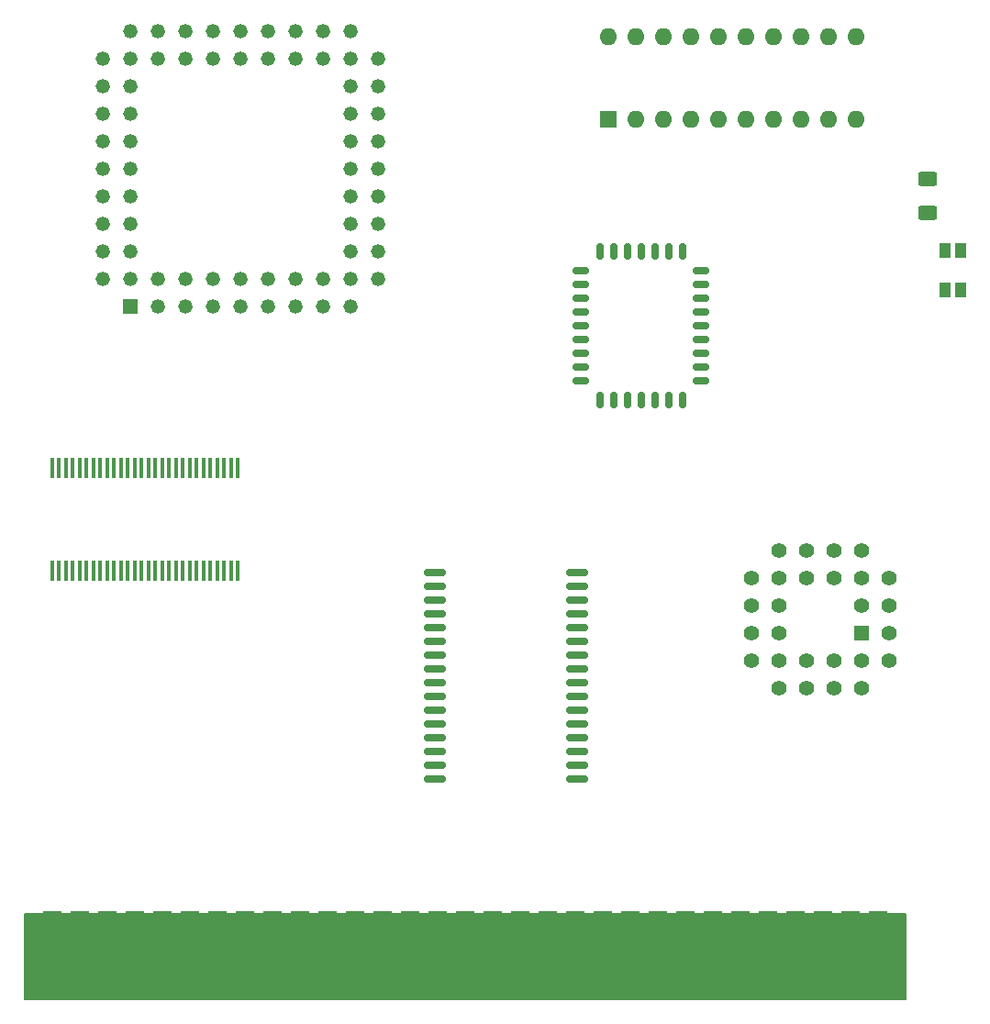
<source format=gbr>
%TF.GenerationSoftware,KiCad,Pcbnew,(6.0.4-0)*%
%TF.CreationDate,2022-05-20T22:02:18+01:00*%
%TF.ProjectId,8088_cpu_card,38303838-5f63-4707-955f-636172642e6b,rev?*%
%TF.SameCoordinates,Original*%
%TF.FileFunction,Soldermask,Top*%
%TF.FilePolarity,Negative*%
%FSLAX46Y46*%
G04 Gerber Fmt 4.6, Leading zero omitted, Abs format (unit mm)*
G04 Created by KiCad (PCBNEW (6.0.4-0)) date 2022-05-20 22:02:18*
%MOMM*%
%LPD*%
G01*
G04 APERTURE LIST*
G04 Aperture macros list*
%AMRoundRect*
0 Rectangle with rounded corners*
0 $1 Rounding radius*
0 $2 $3 $4 $5 $6 $7 $8 $9 X,Y pos of 4 corners*
0 Add a 4 corners polygon primitive as box body*
4,1,4,$2,$3,$4,$5,$6,$7,$8,$9,$2,$3,0*
0 Add four circle primitives for the rounded corners*
1,1,$1+$1,$2,$3*
1,1,$1+$1,$4,$5*
1,1,$1+$1,$6,$7*
1,1,$1+$1,$8,$9*
0 Add four rect primitives between the rounded corners*
20,1,$1+$1,$2,$3,$4,$5,0*
20,1,$1+$1,$4,$5,$6,$7,0*
20,1,$1+$1,$6,$7,$8,$9,0*
20,1,$1+$1,$8,$9,$2,$3,0*%
G04 Aperture macros list end*
%ADD10C,0.150000*%
%ADD11RoundRect,0.150000X0.150000X0.587500X-0.150000X0.587500X-0.150000X-0.587500X0.150000X-0.587500X0*%
%ADD12RoundRect,0.150000X0.587500X0.150000X-0.587500X0.150000X-0.587500X-0.150000X0.587500X-0.150000X0*%
%ADD13R,1.600000X1.600000*%
%ADD14O,1.600000X1.600000*%
%ADD15R,1.780000X7.620000*%
%ADD16RoundRect,0.150000X0.875000X0.150000X-0.875000X0.150000X-0.875000X-0.150000X0.875000X-0.150000X0*%
%ADD17R,0.435000X1.900000*%
%ADD18R,1.422400X1.422400*%
%ADD19C,1.422400*%
%ADD20R,1.050000X1.400000*%
%ADD21C,1.320800*%
%ADD22R,1.320800X1.320800*%
%ADD23RoundRect,0.250000X-0.625000X0.400000X-0.625000X-0.400000X0.625000X-0.400000X0.625000X0.400000X0*%
G04 APERTURE END LIST*
D10*
X101600000Y-133604000D02*
X182880000Y-133604000D01*
X182880000Y-133604000D02*
X182880000Y-141478000D01*
X182880000Y-141478000D02*
X101600000Y-141478000D01*
X101600000Y-141478000D02*
X101600000Y-133604000D01*
G36*
X101600000Y-133604000D02*
G01*
X182880000Y-133604000D01*
X182880000Y-141478000D01*
X101600000Y-141478000D01*
X101600000Y-133604000D01*
G37*
D11*
%TO.C,J4*%
X158496000Y-86212500D03*
X159766000Y-86212500D03*
X161036000Y-86212500D03*
X162306000Y-86212500D03*
D12*
X164058500Y-84455000D03*
X164058500Y-83185000D03*
X164058500Y-81915000D03*
X164058500Y-80645000D03*
X164058500Y-79375000D03*
X164058500Y-78105000D03*
X164058500Y-76835000D03*
X164058500Y-75565000D03*
X164058500Y-74295000D03*
D11*
X162306000Y-72537500D03*
X161036000Y-72537500D03*
X159766000Y-72537500D03*
X158496000Y-72537500D03*
X157226000Y-72537500D03*
X155956000Y-72537500D03*
X154686000Y-72537500D03*
D12*
X152933500Y-74295000D03*
X152933500Y-75565000D03*
X152933500Y-76835000D03*
X152933500Y-78105000D03*
X152933500Y-79375000D03*
X152933500Y-80645000D03*
X152933500Y-81915000D03*
X152933500Y-83185000D03*
X152933500Y-84455000D03*
D11*
X154686000Y-86212500D03*
X155956000Y-86212500D03*
X157226000Y-86212500D03*
%TD*%
D13*
%TO.C,J3*%
X155453000Y-60315000D03*
D14*
X157993000Y-60315000D03*
X160533000Y-60315000D03*
X163073000Y-60315000D03*
X165613000Y-60315000D03*
X168153000Y-60315000D03*
X170693000Y-60315000D03*
X173233000Y-60315000D03*
X175773000Y-60315000D03*
X178313000Y-60315000D03*
X178313000Y-52695000D03*
X175773000Y-52695000D03*
X173233000Y-52695000D03*
X170693000Y-52695000D03*
X168153000Y-52695000D03*
X165613000Y-52695000D03*
X163073000Y-52695000D03*
X160533000Y-52695000D03*
X157993000Y-52695000D03*
X155453000Y-52695000D03*
%TD*%
D15*
%TO.C,J2*%
X180340000Y-137160000D03*
X177800000Y-137160000D03*
X175260000Y-137160000D03*
X172720000Y-137160000D03*
X170180000Y-137160000D03*
X167640000Y-137160000D03*
X165100000Y-137160000D03*
X162560000Y-137160000D03*
X160020000Y-137160000D03*
X157480000Y-137160000D03*
X154940000Y-137160000D03*
X152400000Y-137160000D03*
X149860000Y-137160000D03*
X147320000Y-137160000D03*
X144780000Y-137160000D03*
X142240000Y-137160000D03*
X139700000Y-137160000D03*
X137160000Y-137160000D03*
X134620000Y-137160000D03*
X132080000Y-137160000D03*
X129540000Y-137160000D03*
X127000000Y-137160000D03*
X124460000Y-137160000D03*
X121920000Y-137160000D03*
X119380000Y-137160000D03*
X116840000Y-137160000D03*
X114300000Y-137160000D03*
X111760000Y-137160000D03*
X109220000Y-137160000D03*
X106680000Y-137160000D03*
X104140000Y-137160000D03*
%TD*%
D16*
%TO.C,U3*%
X152600000Y-121158000D03*
X152600000Y-119888000D03*
X152600000Y-118618000D03*
X152600000Y-117348000D03*
X152600000Y-116078000D03*
X152600000Y-114808000D03*
X152600000Y-113538000D03*
X152600000Y-112268000D03*
X152600000Y-110998000D03*
X152600000Y-109728000D03*
X152600000Y-108458000D03*
X152600000Y-107188000D03*
X152600000Y-105918000D03*
X152600000Y-104648000D03*
X152600000Y-103378000D03*
X152600000Y-102108000D03*
X139500000Y-102108000D03*
X139500000Y-103378000D03*
X139500000Y-104648000D03*
X139500000Y-105918000D03*
X139500000Y-107188000D03*
X139500000Y-108458000D03*
X139500000Y-109728000D03*
X139500000Y-110998000D03*
X139500000Y-112268000D03*
X139500000Y-113538000D03*
X139500000Y-114808000D03*
X139500000Y-116078000D03*
X139500000Y-117348000D03*
X139500000Y-118618000D03*
X139500000Y-119888000D03*
X139500000Y-121158000D03*
%TD*%
D17*
%TO.C,U1*%
X104140000Y-101969000D03*
X104774000Y-101969000D03*
X105410000Y-101969000D03*
X106044000Y-101969000D03*
X106680000Y-101969000D03*
X107314000Y-101969000D03*
X107950000Y-101969000D03*
X108584000Y-101969000D03*
X109220000Y-101969000D03*
X109854000Y-101969000D03*
X110490000Y-101969000D03*
X111124000Y-101969000D03*
X111760000Y-101969000D03*
X112394000Y-101969000D03*
X113030000Y-101969000D03*
X113664000Y-101969000D03*
X114300000Y-101969000D03*
X114934000Y-101969000D03*
X115570000Y-101969000D03*
X116204000Y-101969000D03*
X116840000Y-101969000D03*
X117474000Y-101969000D03*
X118110000Y-101969000D03*
X118744000Y-101969000D03*
X119380000Y-101969000D03*
X120014000Y-101969000D03*
X120650000Y-101969000D03*
X121284000Y-101969000D03*
X121284000Y-92469000D03*
X120650000Y-92469000D03*
X120014000Y-92469000D03*
X119380000Y-92469000D03*
X118744000Y-92469000D03*
X118110000Y-92469000D03*
X117474000Y-92469000D03*
X116840000Y-92469000D03*
X116204000Y-92469000D03*
X115570000Y-92469000D03*
X114934000Y-92469000D03*
X114300000Y-92469000D03*
X113664000Y-92469000D03*
X113030000Y-92469000D03*
X112394000Y-92469000D03*
X111760000Y-92469000D03*
X111124000Y-92469000D03*
X110490000Y-92469000D03*
X109854000Y-92469000D03*
X109220000Y-92469000D03*
X108584000Y-92469000D03*
X107950000Y-92469000D03*
X107314000Y-92469000D03*
X106680000Y-92469000D03*
X106044000Y-92469000D03*
X105410000Y-92469000D03*
X104774000Y-92469000D03*
X104140000Y-92469000D03*
%TD*%
D18*
%TO.C,J5*%
X178816000Y-107696000D03*
D19*
X181356000Y-105156000D03*
X178816000Y-105156000D03*
X181356000Y-102616000D03*
X178816000Y-100076000D03*
X178816000Y-102616000D03*
X176276000Y-100076000D03*
X176276000Y-102616000D03*
X173736000Y-100076000D03*
X173736000Y-102616000D03*
X171196000Y-100076000D03*
X168656000Y-102616000D03*
X171196000Y-102616000D03*
X168656000Y-105156000D03*
X171196000Y-105156000D03*
X168656000Y-107696000D03*
X171196000Y-107696000D03*
X168656000Y-110236000D03*
X171196000Y-112776000D03*
X171196000Y-110236000D03*
X173736000Y-112776000D03*
X173736000Y-110236000D03*
X176276000Y-112776000D03*
X176276000Y-110236000D03*
X178816000Y-112776000D03*
X181356000Y-110236000D03*
X178816000Y-110236000D03*
X181356000Y-107696000D03*
%TD*%
D20*
%TO.C,SW1*%
X186581500Y-72447500D03*
X186581500Y-76047500D03*
X188021500Y-72447500D03*
X188021500Y-76047500D03*
%TD*%
D21*
%TO.C,J1*%
X108839000Y-75057000D03*
X111379000Y-72517000D03*
X108839000Y-72517000D03*
X111379000Y-69977000D03*
X108839000Y-69977000D03*
X111379000Y-67437000D03*
X108839000Y-67437000D03*
X111379000Y-64897000D03*
X108839000Y-64897000D03*
X111379000Y-62357000D03*
X108839000Y-62357000D03*
X111379000Y-59817000D03*
X108839000Y-59817000D03*
X111379000Y-57277000D03*
X108839000Y-57277000D03*
X111379000Y-54737000D03*
X108839000Y-54737000D03*
X111379000Y-52197000D03*
X113919000Y-54737000D03*
X113919000Y-52197000D03*
X116459000Y-54737000D03*
X116459000Y-52197000D03*
X118999000Y-54737000D03*
X118999000Y-52197000D03*
X121539000Y-54737000D03*
X121539000Y-52197000D03*
X124079000Y-54737000D03*
X124079000Y-52197000D03*
X126619000Y-54737000D03*
X126619000Y-52197000D03*
X129159000Y-54737000D03*
X129159000Y-52197000D03*
X131699000Y-54737000D03*
X131699000Y-52197000D03*
X134239000Y-54737000D03*
X131699000Y-57277000D03*
X134239000Y-57277000D03*
X131699000Y-59817000D03*
X134239000Y-59817000D03*
X131699000Y-62357000D03*
X134239000Y-62357000D03*
X131699000Y-64897000D03*
X134239000Y-64897000D03*
X131699000Y-67437000D03*
X134239000Y-67437000D03*
X131699000Y-69977000D03*
X134239000Y-69977000D03*
X131699000Y-72517000D03*
X134239000Y-72517000D03*
X131699000Y-75057000D03*
X134239000Y-75057000D03*
X131699000Y-77597000D03*
X129159000Y-75057000D03*
X129159000Y-77597000D03*
X126619000Y-75057000D03*
X126619000Y-77597000D03*
X124079000Y-75057000D03*
X124079000Y-77597000D03*
X121539000Y-75057000D03*
X121539000Y-77597000D03*
X118999000Y-75057000D03*
X118999000Y-77597000D03*
X116459000Y-75057000D03*
X116459000Y-77597000D03*
X113919000Y-75057000D03*
X113919000Y-77597000D03*
X111379000Y-75057000D03*
D22*
X111379000Y-77597000D03*
%TD*%
D23*
%TO.C,R1*%
X184959500Y-65839500D03*
X184959500Y-68939500D03*
%TD*%
M02*

</source>
